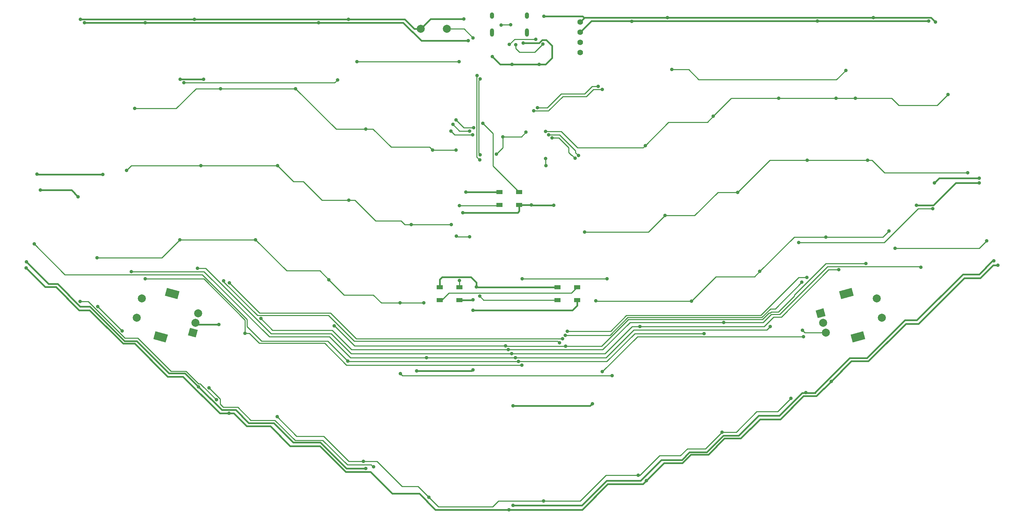
<source format=gbr>
G04 #@! TF.GenerationSoftware,KiCad,Pcbnew,(5.1.9)-1*
G04 #@! TF.CreationDate,2021-04-22T16:24:59-07:00*
G04 #@! TF.ProjectId,euclid36,6575636c-6964-4333-962e-6b696361645f,1.2*
G04 #@! TF.SameCoordinates,PX2faf080PY2faf080*
G04 #@! TF.FileFunction,Copper,L1,Top*
G04 #@! TF.FilePolarity,Positive*
%FSLAX46Y46*%
G04 Gerber Fmt 4.6, Leading zero omitted, Abs format (unit mm)*
G04 Created by KiCad (PCBNEW (5.1.9)-1) date 2021-04-22 16:24:59*
%MOMM*%
%LPD*%
G01*
G04 APERTURE LIST*
G04 #@! TA.AperFunction,ComponentPad*
%ADD10O,1.000000X2.100000*%
G04 #@! TD*
G04 #@! TA.AperFunction,ComponentPad*
%ADD11O,1.000000X1.600000*%
G04 #@! TD*
G04 #@! TA.AperFunction,ComponentPad*
%ADD12C,0.100000*%
G04 #@! TD*
G04 #@! TA.AperFunction,ComponentPad*
%ADD13C,2.000000*%
G04 #@! TD*
G04 #@! TA.AperFunction,WasherPad*
%ADD14C,0.100000*%
G04 #@! TD*
G04 #@! TA.AperFunction,ComponentPad*
%ADD15C,1.397000*%
G04 #@! TD*
G04 #@! TA.AperFunction,SMDPad,CuDef*
%ADD16R,1.500000X1.000000*%
G04 #@! TD*
G04 #@! TA.AperFunction,ViaPad*
%ADD17C,0.900000*%
G04 #@! TD*
G04 #@! TA.AperFunction,Conductor*
%ADD18C,0.254000*%
G04 #@! TD*
G04 #@! TA.AperFunction,Conductor*
%ADD19C,0.381000*%
G04 #@! TD*
G04 APERTURE END LIST*
D10*
X96340000Y19240000D03*
X104980000Y19240000D03*
D11*
X96340000Y23420000D03*
X104980000Y23420000D03*
G04 #@! TA.AperFunction,ComponentPad*
D12*
G36*
X177581794Y-52186320D02*
G01*
X177064156Y-50254468D01*
X178996008Y-49736830D01*
X179513646Y-51668682D01*
X177581794Y-52186320D01*
G37*
G04 #@! TD.AperFunction*
D13*
X178935948Y-53376390D03*
X179582996Y-55791204D03*
G04 #@! TA.AperFunction,WasherPad*
D14*
G36*
X183444343Y-47406098D02*
G01*
X182926705Y-45474247D01*
X186017667Y-44646026D01*
X186535305Y-46577877D01*
X183444343Y-47406098D01*
G37*
G04 #@! TD.AperFunction*
G04 #@! TA.AperFunction,WasherPad*
G36*
X186343117Y-58224468D02*
G01*
X185825479Y-56292617D01*
X188916441Y-55464396D01*
X189434079Y-57396247D01*
X186343117Y-58224468D01*
G37*
G04 #@! TD.AperFunction*
D13*
X192294825Y-47208699D03*
X193588920Y-52038328D03*
G04 #@! TA.AperFunction,ComponentPad*
D12*
G36*
X22873345Y-55084097D02*
G01*
X22355707Y-57015949D01*
X20423855Y-56498311D01*
X20941493Y-54566459D01*
X22873345Y-55084097D01*
G37*
G04 #@! TD.AperFunction*
D13*
X22295648Y-53376390D03*
X22942695Y-50961575D03*
G04 #@! TA.AperFunction,WasherPad*
D14*
G36*
X15406117Y-56292617D02*
G01*
X14888479Y-58224468D01*
X11797517Y-57396247D01*
X12315155Y-55464396D01*
X15406117Y-56292617D01*
G37*
G04 #@! TD.AperFunction*
G04 #@! TA.AperFunction,WasherPad*
G36*
X18304891Y-45474247D02*
G01*
X17787253Y-47406098D01*
X14696291Y-46577877D01*
X15213929Y-44646026D01*
X18304891Y-45474247D01*
G37*
G04 #@! TD.AperFunction*
D13*
X7642676Y-52038328D03*
X8936771Y-47208699D03*
D15*
X118340000Y21870000D03*
X118340000Y19330000D03*
X118340000Y16790000D03*
X118340000Y14250000D03*
D13*
X78512500Y20155000D03*
X85012500Y20155000D03*
D16*
X98150000Y-20631250D03*
X98150000Y-23831250D03*
X103050000Y-20631250D03*
X103050000Y-23831250D03*
X88181250Y-47643750D03*
X88181250Y-44443750D03*
X83281250Y-47643750D03*
X83281250Y-44443750D03*
X112650000Y-44443750D03*
X112650000Y-47643750D03*
X117550000Y-44443750D03*
X117550000Y-47643750D03*
D17*
X7120000Y240000D03*
X28590000Y5210000D03*
X47300000Y5210000D03*
X64790000Y-4910000D03*
X87303000Y-10170000D03*
X81470000Y-10170000D03*
X91743000Y-4600000D03*
X87303000Y-2663000D03*
X86176001Y-28760000D03*
X5080000Y-15250000D03*
X23690000Y-14060000D03*
X42830000Y-14060000D03*
X60610000Y-22690000D03*
X76170000Y-28760000D03*
X90749852Y-5377000D03*
X86526000Y-3750000D03*
X-2260000Y-37110000D03*
X-2100578Y-49270578D03*
X3999422Y-55370578D03*
X37310000Y-32580000D03*
X55595000Y-42575000D03*
X73330000Y-48370000D03*
X79250000Y-48370000D03*
X91450000Y-6320000D03*
X86053000Y-5397458D03*
X18440000Y-32580000D03*
X210120000Y3770000D03*
X167820000Y2790000D03*
X151545000Y-1715000D03*
X134545000Y-9015000D03*
X186990000Y2790000D03*
X109690000Y-5510000D03*
X182190000Y2790000D03*
X119420000Y-30630000D03*
X215000000Y-15790000D03*
X190020000Y-12670000D03*
X174980000Y-12670000D03*
X157600000Y-20700000D03*
X139450000Y-26510000D03*
X110418575Y-6334126D03*
X117865578Y-11514422D03*
X195340000Y-30390000D03*
X196870000Y-34710000D03*
X219760000Y-32810000D03*
X179640000Y-31880000D03*
X163130000Y-40470000D03*
X146070000Y-47920000D03*
X111300000Y-7111126D03*
X117018985Y-12216764D03*
X122250000Y-47850000D03*
X109700000Y-12290500D03*
X109730000Y-14060000D03*
X109200000Y-97900000D03*
X170860000Y-72250000D03*
X42670000Y-76810000D03*
X64250000Y-88000000D03*
X80595000Y-96965000D03*
X132820000Y-91470000D03*
X153700000Y-80670000D03*
X94000000Y-3450000D03*
X90340000Y17190000D03*
X101540000Y-98960000D03*
X221560000Y-37870000D03*
X205230000Y22060000D03*
X131180000Y22050000D03*
X177500000Y22060000D03*
X202200000Y-23970000D03*
X217853029Y-18396971D03*
X174600000Y-70799500D03*
X64820000Y-89730000D03*
X-19900000Y-38090000D03*
X-5380000Y21699500D03*
X23105000Y-69345000D03*
X-6950000Y-21820000D03*
X-16399499Y-20149499D03*
X9759500Y21699500D03*
X53009500Y21699500D03*
X92390501Y-44330501D03*
X89821010Y-20658990D03*
X121330000Y-73560000D03*
X101540000Y-74120000D03*
X-6390000Y22540000D03*
X-19930000Y-39590000D03*
X222550000Y-38960000D03*
X206950000Y21870000D03*
X89240000Y22580000D03*
X100550000Y-100060000D03*
X206690000Y-18380000D03*
X217850000Y-17150000D03*
X191460000Y22980000D03*
X180945000Y-67955000D03*
X77520000Y-65360000D03*
X91550000Y-65070000D03*
X30670000Y-75970000D03*
X-840000Y-16250000D03*
X-17240000Y-16180000D03*
X18490000Y7500000D03*
X24370000Y7500000D03*
X22030000Y22540000D03*
X91550000Y-47590000D03*
X91550000Y-50230000D03*
X134850000Y-92790000D03*
X140080000Y22980000D03*
X60450000Y22540000D03*
X88980510Y-25780000D03*
X28170000Y-53740000D03*
X109260000Y23300000D03*
X106140000Y-23900000D03*
X111730000Y-23930000D03*
X103780000Y-63900000D03*
X34700000Y-56000000D03*
X9750000Y-42330000D03*
X124970000Y-42330000D03*
X103820000Y-42310000D03*
X102910000Y-63020000D03*
X60350000Y-62880000D03*
X-17930000Y-33640000D03*
X149190000Y-56010000D03*
X102140000Y-62070000D03*
X6270000Y-40513000D03*
X79960000Y-62070000D03*
X165710000Y-54270000D03*
X101200000Y-61060000D03*
X182790000Y-40060000D03*
X133210000Y-54240000D03*
X22840000Y-39736000D03*
X100350000Y-60040000D03*
X203310000Y-39470000D03*
X38640000Y-52260000D03*
X154100000Y-53250000D03*
X99670000Y-59080000D03*
X56910000Y-54100000D03*
X114660000Y-59190000D03*
X189620000Y-38505999D03*
X91580000Y17910000D03*
X88180000Y-42770500D03*
X88140010Y-24020000D03*
X93231001Y-46670000D03*
X90680000Y-31800000D03*
X87403000Y-31620000D03*
X88080000Y11960000D03*
X62590000Y11930000D03*
X57780000Y7400000D03*
X19410000Y6659500D03*
X-6485676Y-48025676D03*
X27514324Y-72565676D03*
X25658746Y-69611254D03*
X66730000Y-89300000D03*
X73450000Y-66070000D03*
X126260000Y-66530000D03*
X123860000Y-65560000D03*
X174050000Y-56810000D03*
X172860000Y-33270000D03*
X206248484Y-24810500D03*
X184570000Y9780000D03*
X141200000Y9960000D03*
X106720000Y-350000D03*
X123780000Y4970000D03*
X107612296Y427000D03*
X122820000Y5747000D03*
X113887000Y-57340000D03*
X30750000Y-43350000D03*
X113110000Y-58320000D03*
X29370000Y-42830000D03*
X115070000Y-55430000D03*
X174840000Y-42010000D03*
X114572245Y-56479509D03*
X173637000Y-43160000D03*
X173800000Y-55230000D03*
X98979500Y-6870000D03*
X104800000Y-5710000D03*
X97365426Y-11194074D03*
X96350000Y13220000D03*
X108030000Y11300000D03*
X101270000Y11270000D03*
X104090000Y16640000D03*
X93230500Y-12648093D03*
X92590000Y8510000D03*
X93297000Y-11300000D03*
X93297000Y7607729D03*
X109040000Y16350000D03*
X102188420Y16142736D03*
X100633000Y16240000D03*
X100930000Y21160000D03*
X98560000Y21120000D03*
X107220000Y17560000D03*
D18*
X57420000Y-4910000D02*
X47300000Y5210000D01*
X17460000Y240000D02*
X7120000Y240000D01*
X22430000Y5210000D02*
X17460000Y240000D01*
X28590000Y5210000D02*
X22430000Y5210000D01*
X47300000Y5210000D02*
X28590000Y5210000D01*
X64790000Y-4910000D02*
X57420000Y-4910000D01*
X66620000Y-4910000D02*
X64790000Y-4910000D01*
X71120000Y-9410000D02*
X66620000Y-4910000D01*
X80690000Y-9410000D02*
X71120000Y-9410000D01*
X81450000Y-10170000D02*
X80690000Y-9410000D01*
X87303000Y-10170000D02*
X81470000Y-10170000D01*
X81470000Y-10170000D02*
X81450000Y-10170000D01*
X89240000Y-4600000D02*
X87303000Y-2663000D01*
X91743000Y-4600000D02*
X89240000Y-4600000D01*
X74520000Y-28760000D02*
X73570000Y-27810000D01*
X73570000Y-27810000D02*
X67220000Y-27810000D01*
X67220000Y-27810000D02*
X62100000Y-22690000D01*
X53870000Y-22690000D02*
X49190000Y-18010000D01*
X49190000Y-18010000D02*
X46780000Y-18010000D01*
X46780000Y-18010000D02*
X42830000Y-14060000D01*
X6270000Y-14060000D02*
X5080000Y-15250000D01*
X23690000Y-14060000D02*
X6270000Y-14060000D01*
X42830000Y-14060000D02*
X23690000Y-14060000D01*
X60610000Y-22690000D02*
X53870000Y-22690000D01*
X62100000Y-22690000D02*
X60610000Y-22690000D01*
X76170000Y-28760000D02*
X74520000Y-28760000D01*
X86176001Y-28760000D02*
X76170000Y-28760000D01*
X88153000Y-5377000D02*
X86526000Y-3750000D01*
X90749852Y-5377000D02*
X88153000Y-5377000D01*
X68680000Y-48370000D02*
X66710000Y-46400000D01*
X66710000Y-46400000D02*
X59420000Y-46400000D01*
X53350000Y-40330000D02*
X45060000Y-40330000D01*
X45060000Y-40330000D02*
X37310000Y-32580000D01*
X37310000Y-32580000D02*
X18440000Y-32580000D01*
X13910000Y-37110000D02*
X-2260000Y-37110000D01*
X18440000Y-32580000D02*
X13910000Y-37110000D01*
X-2100578Y-49270578D02*
X3999422Y-55370578D01*
X55595000Y-42575000D02*
X53350000Y-40330000D01*
X59420000Y-46400000D02*
X55595000Y-42575000D01*
X73330000Y-48370000D02*
X68680000Y-48370000D01*
X79250000Y-48370000D02*
X73330000Y-48370000D01*
X86975542Y-6320000D02*
X86053000Y-5397458D01*
X91450000Y-6320000D02*
X86975542Y-6320000D01*
X140360000Y-3200000D02*
X150060000Y-3200000D01*
X156050000Y2790000D02*
X155945000Y2685000D01*
X197850000Y1020000D02*
X196080000Y2790000D01*
X207370000Y1020000D02*
X197850000Y1020000D01*
X210120000Y3770000D02*
X207370000Y1020000D01*
X167820000Y2790000D02*
X156050000Y2790000D01*
X151545000Y-1715000D02*
X155945000Y2685000D01*
X150060000Y-3200000D02*
X151545000Y-1715000D01*
X134545000Y-9015000D02*
X140360000Y-3200000D01*
X134000000Y-9560000D02*
X134545000Y-9015000D01*
X196080000Y2790000D02*
X186990000Y2790000D01*
X109690000Y-5510000D02*
X113570000Y-5510000D01*
X117620000Y-9560000D02*
X117700000Y-9560000D01*
X113570000Y-5510000D02*
X117620000Y-9560000D01*
X117700000Y-9560000D02*
X134000000Y-9560000D01*
X182190000Y2790000D02*
X167820000Y2790000D01*
X186990000Y2790000D02*
X182190000Y2790000D01*
X119420000Y-30630000D02*
X135330000Y-30630000D01*
X135330000Y-30630000D02*
X139450000Y-26510000D01*
X139450000Y-26510000D02*
X146840000Y-26510000D01*
X146840000Y-26510000D02*
X152650000Y-20700000D01*
X152650000Y-20700000D02*
X157600000Y-20700000D01*
X157600000Y-20700000D02*
X165630000Y-12670000D01*
X194250000Y-15790000D02*
X215000000Y-15790000D01*
X191130000Y-12670000D02*
X194250000Y-15790000D01*
X190020000Y-12670000D02*
X191130000Y-12670000D01*
X174980000Y-12670000D02*
X190020000Y-12670000D01*
X165630000Y-12670000D02*
X174980000Y-12670000D01*
X113174126Y-6334126D02*
X110418575Y-6334126D01*
X117150000Y-10310000D02*
X113174126Y-6334126D01*
X117150000Y-10798844D02*
X117150000Y-10310000D01*
X117865578Y-11514422D02*
X117150000Y-10798844D01*
X135180000Y-47920000D02*
X146070000Y-47920000D01*
X146070000Y-47920000D02*
X152210000Y-41780000D01*
X152210000Y-41780000D02*
X161820000Y-41780000D01*
X193850000Y-31880000D02*
X195340000Y-30390000D01*
X217860000Y-34710000D02*
X219760000Y-32810000D01*
X196870000Y-34710000D02*
X217860000Y-34710000D01*
X179640000Y-31880000D02*
X193850000Y-31880000D01*
X171720000Y-31880000D02*
X179640000Y-31880000D01*
X163130000Y-40470000D02*
X171720000Y-31880000D01*
X161820000Y-41780000D02*
X163130000Y-40470000D01*
X111300000Y-7111126D02*
X112951126Y-7111126D01*
X112951126Y-7111126D02*
X115442999Y-9602999D01*
X115442999Y-10744782D02*
X116131666Y-11433449D01*
X115442999Y-9602999D02*
X115442999Y-10744782D01*
X116235670Y-11433449D02*
X116131666Y-11433449D01*
X117018985Y-12216764D02*
X116235670Y-11433449D01*
X122320000Y-47920000D02*
X122250000Y-47850000D01*
X135180000Y-47920000D02*
X122320000Y-47920000D01*
X109700000Y-14030000D02*
X109730000Y-14060000D01*
X109700000Y-12290500D02*
X109700000Y-14030000D01*
X109200000Y-97900000D02*
X118340000Y-97900000D01*
X118340000Y-97900000D02*
X124770000Y-91470000D01*
X133190000Y-91470000D02*
X138110000Y-86550000D01*
X138110000Y-86550000D02*
X143310000Y-86550000D01*
X143310000Y-86550000D02*
X145060000Y-84800000D01*
X145060000Y-84800000D02*
X149570000Y-84800000D01*
X149570000Y-84800000D02*
X153700000Y-80670000D01*
X153700000Y-80670000D02*
X157250000Y-80670000D01*
X157250000Y-80670000D02*
X162380000Y-75540000D01*
X167570000Y-75540000D02*
X170860000Y-72250000D01*
X162380000Y-75540000D02*
X167570000Y-75540000D01*
X109200000Y-97900000D02*
X97920000Y-97900000D01*
X97920000Y-97900000D02*
X96490000Y-99330000D01*
X96490000Y-99330000D02*
X82960000Y-99330000D01*
X77880000Y-94250000D02*
X73840000Y-94250000D01*
X73840000Y-94250000D02*
X67590000Y-88000000D01*
X60610000Y-88000000D02*
X54280000Y-81670000D01*
X54280000Y-81670000D02*
X47530000Y-81670000D01*
X47530000Y-81670000D02*
X42670000Y-76810000D01*
X64250000Y-88000000D02*
X60610000Y-88000000D01*
X67590000Y-88000000D02*
X64250000Y-88000000D01*
X80595000Y-96965000D02*
X77880000Y-94250000D01*
X82960000Y-99330000D02*
X80595000Y-96965000D01*
X132820000Y-91470000D02*
X133190000Y-91470000D01*
X124770000Y-91470000D02*
X132820000Y-91470000D01*
X103061250Y-20620000D02*
X103050000Y-20631250D01*
X103050000Y-20631250D02*
X101978750Y-19560000D01*
X96588425Y-6038425D02*
X94000000Y-3450000D01*
X96588425Y-14169675D02*
X96588425Y-6038425D01*
X101978750Y-19560000D02*
X96588425Y-14169675D01*
D19*
X101540000Y-98960000D02*
X118770000Y-98960000D01*
X118770000Y-98960000D02*
X124960000Y-92770000D01*
X124960000Y-92770000D02*
X133420000Y-92770000D01*
X133420000Y-92770000D02*
X138590000Y-87600000D01*
X138590000Y-87600000D02*
X143680000Y-87600000D01*
X143680000Y-87600000D02*
X145610000Y-85670000D01*
X145610000Y-85670000D02*
X149890000Y-85670000D01*
X149890000Y-85670000D02*
X154030000Y-81530000D01*
X154030000Y-81530000D02*
X157870000Y-81530000D01*
X162860000Y-76540000D02*
X167980000Y-76540000D01*
X157870000Y-81530000D02*
X162860000Y-76540000D01*
X167980000Y-76540000D02*
X173660000Y-70860000D01*
X173660000Y-70860000D02*
X176950000Y-70860000D01*
X176950000Y-70706058D02*
X185516058Y-62140000D01*
X176950000Y-70860000D02*
X176950000Y-70706058D01*
X185516058Y-62140000D02*
X189850000Y-62140000D01*
X189850000Y-62140000D02*
X199320000Y-52670000D01*
X199320000Y-52670000D02*
X202330000Y-52670000D01*
X202330000Y-52670000D02*
X213790000Y-41210000D01*
X213790000Y-41210000D02*
X217850000Y-41210000D01*
X221190000Y-37870000D02*
X221560000Y-37870000D01*
X217850000Y-41210000D02*
X221190000Y-37870000D01*
X131190000Y22060000D02*
X131180000Y22050000D01*
X177500000Y22060000D02*
X131190000Y22060000D01*
X205230000Y22060000D02*
X177500000Y22060000D01*
X202200000Y-23970000D02*
X206490000Y-23970000D01*
X212063029Y-18396971D02*
X217853029Y-18396971D01*
X206490000Y-23970000D02*
X212063029Y-18396971D01*
X64820000Y-89730000D02*
X59950000Y-89730000D01*
X59950000Y-89730000D02*
X53460000Y-83240000D01*
X53460000Y-83240000D02*
X46690000Y-83240000D01*
X46690000Y-83240000D02*
X41850000Y-78400000D01*
X41850000Y-78400000D02*
X35620000Y-78400000D01*
X32349499Y-75129499D02*
X28889499Y-75129499D01*
X35620000Y-78400000D02*
X32349499Y-75129499D01*
X19700000Y-65940000D02*
X15690000Y-65940000D01*
X15690000Y-65940000D02*
X7630000Y-57880000D01*
X7630000Y-57880000D02*
X4640000Y-57880000D01*
X4640000Y-57880000D02*
X-3990000Y-49250000D01*
X-3990000Y-49250000D02*
X-6450000Y-49250000D01*
X-6450000Y-49250000D02*
X-12060000Y-43640000D01*
X-14350000Y-43640000D02*
X-19900000Y-38090000D01*
X-12060000Y-43640000D02*
X-14350000Y-43640000D01*
X78650000Y17190000D02*
X90340000Y17190000D01*
X74140500Y21699500D02*
X78650000Y17190000D01*
X23105000Y-69345000D02*
X19700000Y-65940000D01*
X28889499Y-75129499D02*
X23105000Y-69345000D01*
X-8620501Y-20149499D02*
X-16399499Y-20149499D01*
X-6950000Y-21820000D02*
X-8620501Y-20149499D01*
X-5380000Y21699500D02*
X9759500Y21699500D01*
X53009500Y21699500D02*
X74140500Y21699500D01*
X9759500Y21699500D02*
X53009500Y21699500D01*
X92503750Y-44443750D02*
X92390501Y-44330501D01*
X112650000Y-44443750D02*
X92503750Y-44443750D01*
X92390501Y-44330501D02*
X92390501Y-43260501D01*
X92390501Y-43260501D02*
X91060000Y-41930000D01*
X91060000Y-41930000D02*
X83840000Y-41930000D01*
X83281250Y-42488750D02*
X83281250Y-44443750D01*
X83840000Y-41930000D02*
X83281250Y-42488750D01*
X89848750Y-20631250D02*
X89821010Y-20658990D01*
X98150000Y-20631250D02*
X89848750Y-20631250D01*
X120770000Y-74120000D02*
X101540000Y-74120000D01*
X121330000Y-73560000D02*
X120770000Y-74120000D01*
X118340000Y19330000D02*
X121090000Y22080000D01*
X131150000Y22080000D02*
X131180000Y22050000D01*
X121090000Y22080000D02*
X131150000Y22080000D01*
X80937500Y22580000D02*
X78512500Y20155000D01*
X89240000Y22580000D02*
X80937500Y22580000D01*
X78512500Y20155000D02*
X76925000Y20155000D01*
X76925000Y20155000D02*
X74540000Y22540000D01*
X-19930000Y-39590000D02*
X-15180000Y-44340000D01*
X-15180000Y-44340000D02*
X-12530000Y-44340000D01*
X-12530000Y-44340000D02*
X-6700000Y-50170000D01*
X-6700000Y-50170000D02*
X-4110000Y-50170000D01*
X-4110000Y-50170000D02*
X4250000Y-58530000D01*
X4250000Y-58530000D02*
X7110000Y-58530000D01*
X7110000Y-58530000D02*
X15340000Y-66760000D01*
X15340000Y-66760000D02*
X19150000Y-66760000D01*
X19150000Y-66760000D02*
X28360000Y-75970000D01*
X31840000Y-75970000D02*
X35070000Y-79200000D01*
X35070000Y-79200000D02*
X41000000Y-79200000D01*
X41000000Y-79200000D02*
X45960000Y-84160000D01*
X45960000Y-84160000D02*
X53390000Y-84160000D01*
X53390000Y-84160000D02*
X59850000Y-90620000D01*
X59850000Y-90620000D02*
X66000000Y-90620000D01*
X66000000Y-90620000D02*
X71400000Y-96020000D01*
X71400000Y-96020000D02*
X78160000Y-96020000D01*
X78160000Y-96020000D02*
X82200000Y-100060000D01*
X118820000Y-100060000D02*
X125210000Y-93670000D01*
X125210000Y-93670000D02*
X133970000Y-93670000D01*
X139260000Y-88380000D02*
X143820000Y-88380000D01*
X143820000Y-88380000D02*
X145940000Y-86260000D01*
X145940000Y-86260000D02*
X150280000Y-86260000D01*
X150280000Y-86260000D02*
X154290000Y-82250000D01*
X154290000Y-82250000D02*
X158390000Y-82250000D01*
X158390000Y-82250000D02*
X163180000Y-77460000D01*
X163180000Y-77460000D02*
X168240000Y-77460000D01*
X168240000Y-77460000D02*
X174060000Y-71640000D01*
X174060000Y-71640000D02*
X177260000Y-71640000D01*
X185970000Y-62930000D02*
X190200000Y-62930000D01*
X190200000Y-62930000D02*
X199560000Y-53570000D01*
X199560000Y-53570000D02*
X202730000Y-53570000D01*
X202730000Y-53570000D02*
X214180000Y-42120000D01*
X214180000Y-42120000D02*
X218170000Y-42120000D01*
X221330000Y-38960000D02*
X222550000Y-38960000D01*
X218170000Y-42120000D02*
X221330000Y-38960000D01*
X206950000Y21870000D02*
X205840000Y22980000D01*
X89240000Y22580000D02*
X89240000Y22580000D01*
X100550000Y-100060000D02*
X118820000Y-100060000D01*
X82200000Y-100060000D02*
X100550000Y-100060000D01*
X207920000Y-17150000D02*
X217850000Y-17150000D01*
X206690000Y-18380000D02*
X207920000Y-17150000D01*
X205840000Y22980000D02*
X191460000Y22980000D01*
X180945000Y-67955000D02*
X185970000Y-62930000D01*
X177260000Y-71640000D02*
X180945000Y-67955000D01*
X91260000Y-65360000D02*
X91550000Y-65070000D01*
X77520000Y-65360000D02*
X91260000Y-65360000D01*
X30670000Y-75970000D02*
X31840000Y-75970000D01*
X28360000Y-75970000D02*
X30670000Y-75970000D01*
X-17170000Y-16250000D02*
X-17240000Y-16180000D01*
X-840000Y-16250000D02*
X-17170000Y-16250000D01*
X18490000Y7500000D02*
X24370000Y7500000D01*
X22030000Y22540000D02*
X-6390000Y22540000D01*
X88181250Y-47643750D02*
X91496250Y-47643750D01*
X91496250Y-47643750D02*
X91550000Y-47590000D01*
X117550000Y-47643750D02*
X117550000Y-49060000D01*
X116380000Y-50230000D02*
X91550000Y-50230000D01*
X117550000Y-49060000D02*
X116380000Y-50230000D01*
X134850000Y-92790000D02*
X139260000Y-88380000D01*
X133970000Y-93670000D02*
X134850000Y-92790000D01*
X140080000Y22980000D02*
X119220000Y22980000D01*
X191460000Y22980000D02*
X140080000Y22980000D01*
X60450000Y22540000D02*
X22030000Y22540000D01*
X74540000Y22540000D02*
X60450000Y22540000D01*
X103050000Y-23831250D02*
X103050000Y-25430000D01*
X102700000Y-25780000D02*
X88980510Y-25780000D01*
X103050000Y-25430000D02*
X102700000Y-25780000D01*
X22659258Y-53740000D02*
X22295648Y-53376390D01*
X28170000Y-53740000D02*
X22659258Y-53740000D01*
X118900000Y23300000D02*
X119220000Y22980000D01*
X109260000Y23300000D02*
X118900000Y23300000D01*
X119220000Y22750000D02*
X118340000Y21870000D01*
X119220000Y22980000D02*
X119220000Y22750000D01*
X103118750Y-23900000D02*
X103050000Y-23831250D01*
X106140000Y-23900000D02*
X103118750Y-23900000D01*
X106170000Y-23930000D02*
X106140000Y-23900000D01*
X111730000Y-23930000D02*
X106170000Y-23930000D01*
D18*
X103780000Y-63900000D02*
X68740000Y-63900000D01*
X68740000Y-63900000D02*
X63180000Y-63900000D01*
X63180000Y-63900000D02*
X59990000Y-63900000D01*
X59990000Y-63900000D02*
X54530000Y-58440000D01*
X54530000Y-58440000D02*
X38190000Y-58440000D01*
X35750000Y-56000000D02*
X34700000Y-56000000D01*
X38190000Y-58440000D02*
X35750000Y-56000000D01*
X34700000Y-56000000D02*
X34700000Y-52620000D01*
X24410000Y-42330000D02*
X9750000Y-42330000D01*
X34700000Y-52620000D02*
X24410000Y-42330000D01*
X103840000Y-42330000D02*
X103820000Y-42310000D01*
X124970000Y-42330000D02*
X103840000Y-42330000D01*
X60490000Y-63020000D02*
X60350000Y-62880000D01*
X102910000Y-63020000D02*
X60490000Y-63020000D01*
X60350000Y-62880000D02*
X55360000Y-57890000D01*
X55360000Y-57890000D02*
X38820000Y-57890000D01*
X38820000Y-57890000D02*
X35170000Y-54240000D01*
X35170000Y-52447933D02*
X24342067Y-41620000D01*
X35170000Y-54240000D02*
X35170000Y-52447933D01*
X24342067Y-41620000D02*
X24012067Y-41290000D01*
X-10280000Y-41290000D02*
X-17930000Y-33640000D01*
X24012067Y-41290000D02*
X-10280000Y-41290000D01*
X102910000Y-63020000D02*
X124960000Y-63020000D01*
X131970000Y-56010000D02*
X149190000Y-56010000D01*
X124960000Y-63020000D02*
X131970000Y-56010000D01*
X60990000Y-62070000D02*
X55760000Y-56840000D01*
X55760000Y-56840000D02*
X40720000Y-56840000D01*
X24393000Y-40513000D02*
X6270000Y-40513000D01*
X40720000Y-56840000D02*
X24393000Y-40513000D01*
X79960000Y-62070000D02*
X60990000Y-62070000D01*
X102140000Y-62070000D02*
X79960000Y-62070000D01*
X102140000Y-62070000D02*
X124710000Y-62070000D01*
X124710000Y-62070000D02*
X131650000Y-55130000D01*
X164850000Y-55130000D02*
X165710000Y-54270000D01*
X131650000Y-55130000D02*
X164850000Y-55130000D01*
X101200000Y-61060000D02*
X124480000Y-61060000D01*
X124480000Y-61060000D02*
X131300000Y-54240000D01*
X164200000Y-54240000D02*
X166540000Y-51900000D01*
X166540000Y-51900000D02*
X168480000Y-51900000D01*
X180320000Y-40060000D02*
X182790000Y-40060000D01*
X168480000Y-51900000D02*
X180320000Y-40060000D01*
X133210000Y-54240000D02*
X164200000Y-54240000D01*
X131300000Y-54240000D02*
X133210000Y-54240000D01*
X22840000Y-39736000D02*
X24846000Y-39736000D01*
X24846000Y-39736000D02*
X41180000Y-56070000D01*
X41180000Y-56070000D02*
X56150000Y-56070000D01*
X61140000Y-61060000D02*
X101200000Y-61060000D01*
X56150000Y-56070000D02*
X61140000Y-61060000D01*
X100350000Y-60040000D02*
X123940000Y-60040000D01*
X123940000Y-60040000D02*
X130730000Y-53250000D01*
X163980000Y-53250000D02*
X166010000Y-51220000D01*
X166010000Y-51220000D02*
X168130000Y-51220000D01*
X203122999Y-39282999D02*
X203310000Y-39470000D01*
X180067001Y-39282999D02*
X203122999Y-39282999D01*
X168130000Y-51220000D02*
X180067001Y-39282999D01*
X38640000Y-52260000D02*
X41560000Y-55180000D01*
X48310000Y-55180000D02*
X48320000Y-55190000D01*
X41560000Y-55180000D02*
X48310000Y-55180000D01*
X48320000Y-55190000D02*
X56400000Y-55190000D01*
X61250000Y-60040000D02*
X100350000Y-60040000D01*
X56400000Y-55190000D02*
X61250000Y-60040000D01*
X154100000Y-53250000D02*
X163980000Y-53250000D01*
X130730000Y-53250000D02*
X154100000Y-53250000D01*
X99670000Y-59080000D02*
X62020000Y-59080000D01*
X57040000Y-54100000D02*
X56910000Y-54100000D01*
X62020000Y-59080000D02*
X57040000Y-54100000D01*
X99780000Y-59190000D02*
X99670000Y-59080000D01*
X114660000Y-59190000D02*
X99780000Y-59190000D01*
X114660000Y-59190000D02*
X123660000Y-59190000D01*
X130377001Y-52472999D02*
X163817001Y-52472999D01*
X123660000Y-59190000D02*
X130377001Y-52472999D01*
X165717933Y-50870000D02*
X165987933Y-50600000D01*
X165420000Y-50870000D02*
X165717933Y-50870000D01*
X163817001Y-52472999D02*
X165420000Y-50870000D01*
X165987933Y-50600000D02*
X167790000Y-50600000D01*
X171700000Y-46690000D02*
X171700000Y-46380000D01*
X167790000Y-50600000D02*
X171700000Y-46690000D01*
X179574001Y-38505999D02*
X189620000Y-38505999D01*
X171700000Y-46380000D02*
X179574001Y-38505999D01*
X89335000Y20155000D02*
X85012500Y20155000D01*
X91580000Y17910000D02*
X89335000Y20155000D01*
X88181250Y-42771750D02*
X88180000Y-42770500D01*
X88181250Y-44443750D02*
X88181250Y-42771750D01*
X97961250Y-24020000D02*
X98150000Y-23831250D01*
X88140010Y-24020000D02*
X97961250Y-24020000D01*
X83281250Y-47643750D02*
X83736250Y-47643750D01*
X83736250Y-47643750D02*
X85520000Y-45860000D01*
X116133750Y-45860000D02*
X117550000Y-44443750D01*
X85520000Y-45860000D02*
X116133750Y-45860000D01*
X94204751Y-47643750D02*
X93231001Y-46670000D01*
X112650000Y-47643750D02*
X94204751Y-47643750D01*
X87583000Y-31800000D02*
X87403000Y-31620000D01*
X90680000Y-31800000D02*
X87583000Y-31800000D01*
X62620000Y11960000D02*
X62590000Y11930000D01*
X88080000Y11960000D02*
X62620000Y11960000D01*
X57039500Y6659500D02*
X19410000Y6659500D01*
X57780000Y7400000D02*
X57039500Y6659500D01*
X-6485676Y-48025676D02*
X-4444324Y-48025676D01*
X-4444324Y-48025676D02*
X4700000Y-57170000D01*
X4700000Y-57170000D02*
X7940000Y-57170000D01*
X16192490Y-65422490D02*
X19952490Y-65422490D01*
X7940000Y-57170000D02*
X16192490Y-65422490D01*
X23477961Y-68567999D02*
X23990000Y-69080038D01*
X23097999Y-68567999D02*
X23477961Y-68567999D01*
X19952490Y-65422490D02*
X23097999Y-68567999D01*
X24028686Y-69080038D02*
X27514324Y-72565676D01*
X23990000Y-69080038D02*
X24028686Y-69080038D01*
X25658746Y-69611254D02*
X28470000Y-72422508D01*
X28470000Y-72422508D02*
X28470000Y-73640000D01*
X28470000Y-73640000D02*
X29260000Y-74430000D01*
X29260000Y-74430000D02*
X32870000Y-74430000D01*
X32870000Y-74430000D02*
X36130000Y-77690000D01*
X36130000Y-77690000D02*
X42150000Y-77690000D01*
X47182490Y-82722490D02*
X54072490Y-82722490D01*
X42150000Y-77690000D02*
X47182490Y-82722490D01*
X54072490Y-82722490D02*
X60200000Y-88850000D01*
X60200000Y-88850000D02*
X66140000Y-88850000D01*
X66590000Y-89300000D02*
X66730000Y-89300000D01*
X66140000Y-88850000D02*
X66590000Y-89300000D01*
X73910000Y-66530000D02*
X126260000Y-66530000D01*
X73450000Y-66070000D02*
X73910000Y-66530000D01*
X132610000Y-56810000D02*
X174050000Y-56810000D01*
X123860000Y-65560000D02*
X132610000Y-56810000D01*
X172860000Y-33270000D02*
X194180000Y-33270000D01*
X202639500Y-24810500D02*
X206248484Y-24810500D01*
X194180000Y-33270000D02*
X202639500Y-24810500D01*
X184570000Y9780000D02*
X182270000Y7480000D01*
X182270000Y7480000D02*
X147880000Y7480000D01*
X145400000Y9960000D02*
X141200000Y9960000D01*
X147880000Y7480000D02*
X145400000Y9960000D01*
X106720000Y-350000D02*
X110480000Y-350000D01*
X110480000Y-350000D02*
X110480000Y-270000D01*
X110480000Y-270000D02*
X114000000Y3250000D01*
X114000000Y3250000D02*
X119870000Y3250000D01*
X121590000Y4970000D02*
X123780000Y4970000D01*
X119870000Y3250000D02*
X121590000Y4970000D01*
X107612296Y427000D02*
X110117000Y427000D01*
X111540000Y1850000D02*
X111560000Y1850000D01*
X110117000Y427000D02*
X111540000Y1850000D01*
X121287000Y5747000D02*
X122820000Y5747000D01*
X119430000Y3890000D02*
X121287000Y5747000D01*
X113580000Y3890000D02*
X119430000Y3890000D01*
X111540000Y1850000D02*
X113580000Y3890000D01*
X113887000Y-57340000D02*
X62450000Y-57340000D01*
X62450000Y-57340000D02*
X56030000Y-50920000D01*
X38320000Y-50920000D02*
X30750000Y-43350000D01*
X56030000Y-50920000D02*
X38320000Y-50920000D01*
X112660001Y-57870001D02*
X61920001Y-57870001D01*
X113110000Y-58320000D02*
X112660001Y-57870001D01*
X55532999Y-51482999D02*
X37772999Y-51482999D01*
X61920001Y-57870001D02*
X55532999Y-51482999D01*
X29370000Y-43080000D02*
X29370000Y-42830000D01*
X37772999Y-51482999D02*
X29370000Y-43080000D01*
X115070000Y-55430000D02*
X125900000Y-55430000D01*
X125900000Y-55430000D02*
X129860000Y-51470000D01*
X129860000Y-51470000D02*
X163390000Y-51470000D01*
X172850000Y-42010000D02*
X174840000Y-42010000D01*
X163390000Y-51470000D02*
X172850000Y-42010000D01*
X163628945Y-52018989D02*
X165807934Y-49840000D01*
X130188944Y-52018989D02*
X163628945Y-52018989D01*
X125728424Y-56479509D02*
X130188944Y-52018989D01*
X114572245Y-56479509D02*
X125728424Y-56479509D01*
X166957000Y-49840000D02*
X173637000Y-43160000D01*
X165807934Y-49840000D02*
X166957000Y-49840000D01*
X174361204Y-55791204D02*
X179582996Y-55791204D01*
X173800000Y-55230000D02*
X174361204Y-55791204D01*
X103640000Y-6870000D02*
X104800000Y-5710000D01*
X98979500Y-6870000D02*
X103640000Y-6870000D01*
X98979500Y-9580000D02*
X98979500Y-6870000D01*
X97365426Y-11194074D02*
X98979500Y-9580000D01*
D19*
X96350000Y13220000D02*
X98300000Y11270000D01*
X108000000Y11270000D02*
X108030000Y11300000D01*
X101270000Y11270000D02*
X108000000Y11270000D01*
X98300000Y11270000D02*
X101270000Y11270000D01*
X108086058Y16640000D02*
X108836058Y17390000D01*
X104090000Y16640000D02*
X108086058Y16640000D01*
X108836058Y17390000D02*
X109860000Y17390000D01*
X109860000Y17390000D02*
X111300000Y15950000D01*
X111300000Y15950000D02*
X111300000Y12880000D01*
X109720000Y11300000D02*
X108030000Y11300000D01*
X111300000Y12880000D02*
X109720000Y11300000D01*
D18*
X93230500Y-12648093D02*
X92520000Y-11937593D01*
X92520000Y8440000D02*
X92590000Y8510000D01*
X92520000Y-11937593D02*
X92520000Y8440000D01*
X93297000Y-11300000D02*
X92974010Y-10977010D01*
X92974010Y7284739D02*
X93297000Y7607729D01*
X92974010Y-10977010D02*
X92974010Y7284739D01*
X102188420Y15231580D02*
X102188420Y16142736D01*
X103150000Y14270000D02*
X102188420Y15231580D01*
X106960000Y14270000D02*
X103150000Y14270000D01*
X109040000Y16350000D02*
X106960000Y14270000D01*
X100772500Y16379500D02*
X100633000Y16240000D01*
X98600000Y21160000D02*
X98560000Y21120000D01*
X100930000Y21160000D02*
X98600000Y21160000D01*
X100640000Y16240000D02*
X100633000Y16240000D01*
X101953000Y17560000D02*
X100633000Y16240000D01*
X107220000Y17560000D02*
X101953000Y17560000D01*
M02*

</source>
